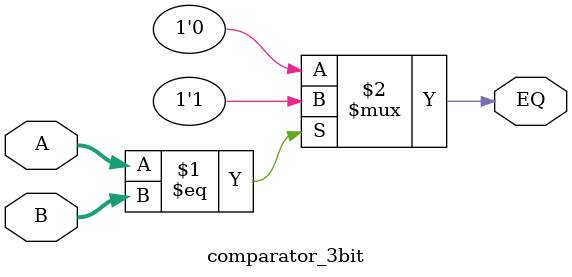
<source format=v>
module comparator_3bit (
  input [2:0] A,
  input [2:0] B,
  output EQ
);

  assign EQ = (A == B) ? 1'b1 : 1'b0;

endmodule

</source>
